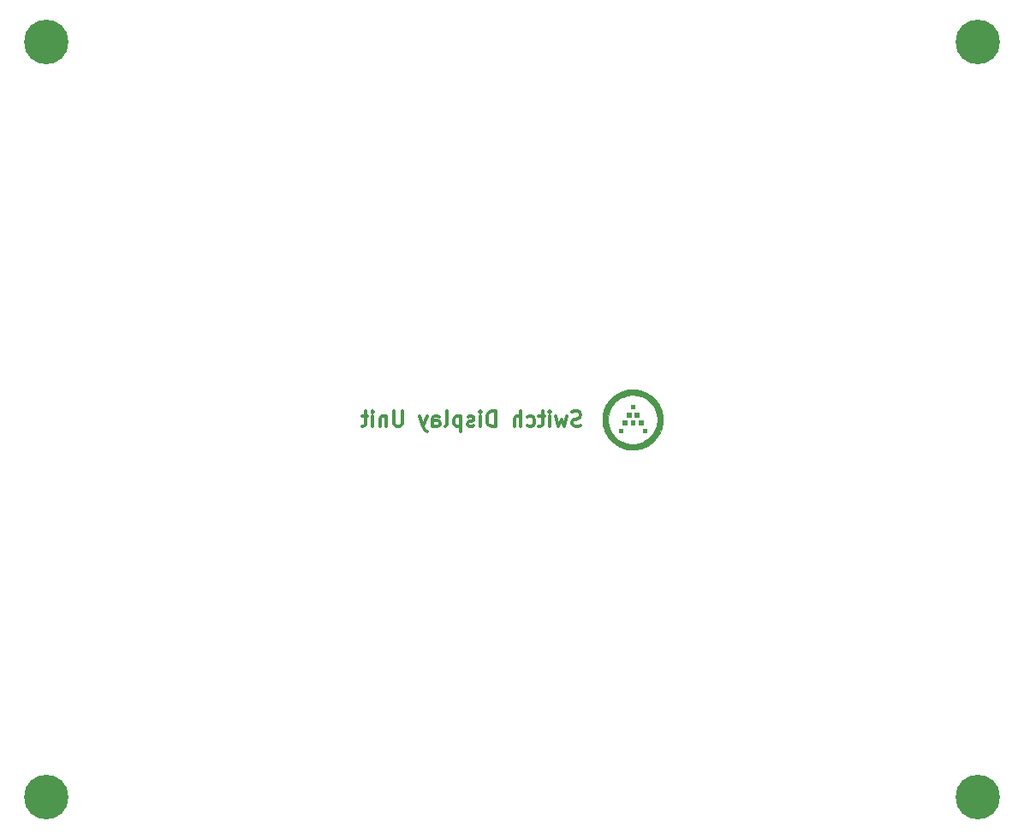
<source format=gbl>
G04 #@! TF.GenerationSoftware,KiCad,Pcbnew,(5.0.2)-1*
G04 #@! TF.CreationDate,2019-04-26T21:23:54-07:00*
G04 #@! TF.ProjectId,Summit Bottom,53756d6d-6974-4204-926f-74746f6d2e6b,rev?*
G04 #@! TF.SameCoordinates,Original*
G04 #@! TF.FileFunction,Copper,L2,Bot*
G04 #@! TF.FilePolarity,Positive*
%FSLAX46Y46*%
G04 Gerber Fmt 4.6, Leading zero omitted, Abs format (unit mm)*
G04 Created by KiCad (PCBNEW (5.0.2)-1) date 4/26/2019 9:23:54 PM*
%MOMM*%
%LPD*%
G01*
G04 APERTURE LIST*
G04 #@! TA.AperFunction,NonConductor*
%ADD10C,0.300000*%
G04 #@! TD*
G04 #@! TA.AperFunction,EtchedComponent*
%ADD11C,0.010000*%
G04 #@! TD*
G04 #@! TA.AperFunction,ComponentPad*
%ADD12C,4.400000*%
G04 #@! TD*
G04 #@! TA.AperFunction,ComponentPad*
%ADD13C,0.700000*%
G04 #@! TD*
G04 APERTURE END LIST*
D10*
X92506250Y-74425892D02*
X92291964Y-74497321D01*
X91934821Y-74497321D01*
X91791964Y-74425892D01*
X91720535Y-74354464D01*
X91649107Y-74211607D01*
X91649107Y-74068750D01*
X91720535Y-73925892D01*
X91791964Y-73854464D01*
X91934821Y-73783035D01*
X92220535Y-73711607D01*
X92363392Y-73640178D01*
X92434821Y-73568750D01*
X92506250Y-73425892D01*
X92506250Y-73283035D01*
X92434821Y-73140178D01*
X92363392Y-73068750D01*
X92220535Y-72997321D01*
X91863392Y-72997321D01*
X91649107Y-73068750D01*
X91149107Y-73497321D02*
X90863392Y-74497321D01*
X90577678Y-73783035D01*
X90291964Y-74497321D01*
X90006250Y-73497321D01*
X89434821Y-74497321D02*
X89434821Y-73497321D01*
X89434821Y-72997321D02*
X89506250Y-73068750D01*
X89434821Y-73140178D01*
X89363392Y-73068750D01*
X89434821Y-72997321D01*
X89434821Y-73140178D01*
X88934821Y-73497321D02*
X88363392Y-73497321D01*
X88720535Y-72997321D02*
X88720535Y-74283035D01*
X88649107Y-74425892D01*
X88506250Y-74497321D01*
X88363392Y-74497321D01*
X87220535Y-74425892D02*
X87363392Y-74497321D01*
X87649107Y-74497321D01*
X87791964Y-74425892D01*
X87863392Y-74354464D01*
X87934821Y-74211607D01*
X87934821Y-73783035D01*
X87863392Y-73640178D01*
X87791964Y-73568750D01*
X87649107Y-73497321D01*
X87363392Y-73497321D01*
X87220535Y-73568750D01*
X86577678Y-74497321D02*
X86577678Y-72997321D01*
X85934821Y-74497321D02*
X85934821Y-73711607D01*
X86006250Y-73568750D01*
X86149107Y-73497321D01*
X86363392Y-73497321D01*
X86506250Y-73568750D01*
X86577678Y-73640178D01*
X84077678Y-74497321D02*
X84077678Y-72997321D01*
X83720535Y-72997321D01*
X83506250Y-73068750D01*
X83363392Y-73211607D01*
X83291964Y-73354464D01*
X83220535Y-73640178D01*
X83220535Y-73854464D01*
X83291964Y-74140178D01*
X83363392Y-74283035D01*
X83506250Y-74425892D01*
X83720535Y-74497321D01*
X84077678Y-74497321D01*
X82577678Y-74497321D02*
X82577678Y-73497321D01*
X82577678Y-72997321D02*
X82649107Y-73068750D01*
X82577678Y-73140178D01*
X82506250Y-73068750D01*
X82577678Y-72997321D01*
X82577678Y-73140178D01*
X81934821Y-74425892D02*
X81791964Y-74497321D01*
X81506250Y-74497321D01*
X81363392Y-74425892D01*
X81291964Y-74283035D01*
X81291964Y-74211607D01*
X81363392Y-74068750D01*
X81506250Y-73997321D01*
X81720535Y-73997321D01*
X81863392Y-73925892D01*
X81934821Y-73783035D01*
X81934821Y-73711607D01*
X81863392Y-73568750D01*
X81720535Y-73497321D01*
X81506250Y-73497321D01*
X81363392Y-73568750D01*
X80649107Y-73497321D02*
X80649107Y-74997321D01*
X80649107Y-73568750D02*
X80506250Y-73497321D01*
X80220535Y-73497321D01*
X80077678Y-73568750D01*
X80006250Y-73640178D01*
X79934821Y-73783035D01*
X79934821Y-74211607D01*
X80006250Y-74354464D01*
X80077678Y-74425892D01*
X80220535Y-74497321D01*
X80506250Y-74497321D01*
X80649107Y-74425892D01*
X79077678Y-74497321D02*
X79220535Y-74425892D01*
X79291964Y-74283035D01*
X79291964Y-72997321D01*
X77863392Y-74497321D02*
X77863392Y-73711607D01*
X77934821Y-73568750D01*
X78077678Y-73497321D01*
X78363392Y-73497321D01*
X78506250Y-73568750D01*
X77863392Y-74425892D02*
X78006250Y-74497321D01*
X78363392Y-74497321D01*
X78506250Y-74425892D01*
X78577678Y-74283035D01*
X78577678Y-74140178D01*
X78506250Y-73997321D01*
X78363392Y-73925892D01*
X78006250Y-73925892D01*
X77863392Y-73854464D01*
X77291964Y-73497321D02*
X76934821Y-74497321D01*
X76577678Y-73497321D02*
X76934821Y-74497321D01*
X77077678Y-74854464D01*
X77149107Y-74925892D01*
X77291964Y-74997321D01*
X74863392Y-72997321D02*
X74863392Y-74211607D01*
X74791964Y-74354464D01*
X74720535Y-74425892D01*
X74577678Y-74497321D01*
X74291964Y-74497321D01*
X74149107Y-74425892D01*
X74077678Y-74354464D01*
X74006250Y-74211607D01*
X74006250Y-72997321D01*
X73291964Y-73497321D02*
X73291964Y-74497321D01*
X73291964Y-73640178D02*
X73220535Y-73568750D01*
X73077678Y-73497321D01*
X72863392Y-73497321D01*
X72720535Y-73568750D01*
X72649107Y-73711607D01*
X72649107Y-74497321D01*
X71934821Y-74497321D02*
X71934821Y-73497321D01*
X71934821Y-72997321D02*
X72006250Y-73068750D01*
X71934821Y-73140178D01*
X71863392Y-73068750D01*
X71934821Y-72997321D01*
X71934821Y-73140178D01*
X71434821Y-73497321D02*
X70863392Y-73497321D01*
X71220535Y-72997321D02*
X71220535Y-74283035D01*
X71149107Y-74425892D01*
X71006250Y-74497321D01*
X70863392Y-74497321D01*
D11*
G04 #@! TO.C,G\002A\002A\002A*
G36*
X97440750Y-72739250D02*
X97845562Y-72739250D01*
X97845562Y-72334438D01*
X97440750Y-72334438D01*
X97440750Y-72739250D01*
X97440750Y-72739250D01*
G37*
X97440750Y-72739250D02*
X97845562Y-72739250D01*
X97845562Y-72334438D01*
X97440750Y-72334438D01*
X97440750Y-72739250D01*
G36*
X97035937Y-73525063D02*
X97440750Y-73525063D01*
X97440750Y-73144063D01*
X97035937Y-73144063D01*
X97035937Y-73525063D01*
X97035937Y-73525063D01*
G37*
X97035937Y-73525063D02*
X97440750Y-73525063D01*
X97440750Y-73144063D01*
X97035937Y-73144063D01*
X97035937Y-73525063D01*
G36*
X97845562Y-73525063D02*
X98226562Y-73525063D01*
X98226562Y-73144063D01*
X97845562Y-73144063D01*
X97845562Y-73525063D01*
X97845562Y-73525063D01*
G37*
X97845562Y-73525063D02*
X98226562Y-73525063D01*
X98226562Y-73144063D01*
X97845562Y-73144063D01*
X97845562Y-73525063D01*
G36*
X96654937Y-74334688D02*
X97035937Y-74334688D01*
X97035937Y-73929875D01*
X96654937Y-73929875D01*
X96654937Y-74334688D01*
X96654937Y-74334688D01*
G37*
X96654937Y-74334688D02*
X97035937Y-74334688D01*
X97035937Y-73929875D01*
X96654937Y-73929875D01*
X96654937Y-74334688D01*
G36*
X97440750Y-74334688D02*
X97845562Y-74334688D01*
X97845562Y-73929875D01*
X97440750Y-73929875D01*
X97440750Y-74334688D01*
X97440750Y-74334688D01*
G37*
X97440750Y-74334688D02*
X97845562Y-74334688D01*
X97845562Y-73929875D01*
X97440750Y-73929875D01*
X97440750Y-74334688D01*
G36*
X98226562Y-74334688D02*
X98631375Y-74334688D01*
X98631375Y-73929875D01*
X98226562Y-73929875D01*
X98226562Y-74334688D01*
X98226562Y-74334688D01*
G37*
X98226562Y-74334688D02*
X98631375Y-74334688D01*
X98631375Y-73929875D01*
X98226562Y-73929875D01*
X98226562Y-74334688D01*
G36*
X96250125Y-75120500D02*
X96654937Y-75120500D01*
X96654937Y-74715688D01*
X96250125Y-74715688D01*
X96250125Y-75120500D01*
X96250125Y-75120500D01*
G37*
X96250125Y-75120500D02*
X96654937Y-75120500D01*
X96654937Y-74715688D01*
X96250125Y-74715688D01*
X96250125Y-75120500D01*
G36*
X98631375Y-75120500D02*
X99036187Y-75120500D01*
X99036187Y-74715688D01*
X98631375Y-74715688D01*
X98631375Y-75120500D01*
X98631375Y-75120500D01*
G37*
X98631375Y-75120500D02*
X99036187Y-75120500D01*
X99036187Y-74715688D01*
X98631375Y-74715688D01*
X98631375Y-75120500D01*
G36*
X97627281Y-70846795D02*
X97503163Y-70848165D01*
X97391451Y-70852322D01*
X97288858Y-70859669D01*
X97192094Y-70870610D01*
X97097872Y-70885548D01*
X97002903Y-70904887D01*
X96903899Y-70929031D01*
X96858620Y-70941168D01*
X96650073Y-71006406D01*
X96447985Y-71085742D01*
X96253122Y-71178778D01*
X96066251Y-71285118D01*
X95888136Y-71404366D01*
X95735990Y-71522367D01*
X95578322Y-71663092D01*
X95430985Y-71814537D01*
X95294664Y-71975635D01*
X95170042Y-72145317D01*
X95057803Y-72322516D01*
X94958630Y-72506166D01*
X94873208Y-72695197D01*
X94802220Y-72888543D01*
X94753466Y-73056553D01*
X94720395Y-73196539D01*
X94695035Y-73328475D01*
X94676643Y-73457747D01*
X94664475Y-73589743D01*
X94657789Y-73729850D01*
X94657136Y-73755250D01*
X94659855Y-73973547D01*
X94678050Y-74188330D01*
X94711715Y-74399571D01*
X94760844Y-74607239D01*
X94825431Y-74811305D01*
X94889628Y-74975237D01*
X94917711Y-75040502D01*
X94941773Y-75094660D01*
X94963642Y-75141363D01*
X94985143Y-75184263D01*
X95008104Y-75227013D01*
X95034350Y-75273265D01*
X95063475Y-75322906D01*
X95182694Y-75509177D01*
X95312798Y-75683903D01*
X95453921Y-75847215D01*
X95606195Y-75999246D01*
X95769753Y-76140130D01*
X95944726Y-76269998D01*
X96127094Y-76386525D01*
X96179923Y-76417494D01*
X96225836Y-76443471D01*
X96268485Y-76466281D01*
X96311522Y-76487751D01*
X96358599Y-76509707D01*
X96413369Y-76533975D01*
X96474763Y-76560372D01*
X96570996Y-76599919D01*
X96659714Y-76632958D01*
X96746828Y-76661445D01*
X96838252Y-76687339D01*
X96920844Y-76708072D01*
X97085360Y-76743626D01*
X97242455Y-76769303D01*
X97396683Y-76785643D01*
X97552601Y-76793186D01*
X97643156Y-76793763D01*
X97694375Y-76793248D01*
X97742496Y-76792543D01*
X97784376Y-76791710D01*
X97816872Y-76790813D01*
X97836840Y-76789915D01*
X97837625Y-76789859D01*
X98053799Y-76765907D01*
X98266556Y-76726920D01*
X98475037Y-76673217D01*
X98678382Y-76605113D01*
X98875734Y-76522926D01*
X99066232Y-76426975D01*
X99249018Y-76317576D01*
X99399974Y-76212546D01*
X99572901Y-76074199D01*
X99733585Y-75925838D01*
X99881799Y-75767789D01*
X100017321Y-75600382D01*
X100139926Y-75423944D01*
X100249389Y-75238802D01*
X100345487Y-75045285D01*
X100427994Y-74843721D01*
X100496687Y-74634438D01*
X100508832Y-74591380D01*
X100535198Y-74489585D01*
X100556583Y-74393261D01*
X100573391Y-74299117D01*
X100586025Y-74203867D01*
X100594890Y-74104220D01*
X100600388Y-73996890D01*
X100602924Y-73878586D01*
X100603205Y-73822719D01*
X100602530Y-73767358D01*
X100070456Y-73767358D01*
X100070353Y-73847496D01*
X100068687Y-73927160D01*
X100065491Y-74002287D01*
X100060794Y-74068810D01*
X100057074Y-74104500D01*
X100025200Y-74301798D01*
X99978549Y-74493413D01*
X99917299Y-74678972D01*
X99841631Y-74858099D01*
X99751723Y-75030419D01*
X99647756Y-75195559D01*
X99529909Y-75353143D01*
X99398362Y-75502797D01*
X99376026Y-75526010D01*
X99241792Y-75653084D01*
X99096090Y-75771020D01*
X98941619Y-75877840D01*
X98781081Y-75971566D01*
X98735292Y-75995254D01*
X98660884Y-76031903D01*
X98595643Y-76062122D01*
X98535146Y-76087690D01*
X98474972Y-76110384D01*
X98410699Y-76131983D01*
X98345625Y-76151977D01*
X98156412Y-76201390D01*
X97970661Y-76235841D01*
X97786923Y-76255464D01*
X97603747Y-76260392D01*
X97419686Y-76250761D01*
X97353144Y-76243781D01*
X97165812Y-76214837D01*
X96986231Y-76173028D01*
X96811893Y-76117604D01*
X96640291Y-76047814D01*
X96543334Y-76001616D01*
X96372702Y-75908197D01*
X96213286Y-75804462D01*
X96064328Y-75689724D01*
X95925071Y-75563300D01*
X95794756Y-75424504D01*
X95672626Y-75272653D01*
X95564358Y-75117009D01*
X95539232Y-75075818D01*
X95509909Y-75023690D01*
X95478209Y-74964246D01*
X95445951Y-74901106D01*
X95414957Y-74837890D01*
X95387044Y-74778217D01*
X95364035Y-74725707D01*
X95350597Y-74691875D01*
X95287730Y-74500334D01*
X95240334Y-74307595D01*
X95208450Y-74114200D01*
X95192120Y-73920690D01*
X95191382Y-73727607D01*
X95206278Y-73535492D01*
X95236848Y-73344886D01*
X95246651Y-73298844D01*
X95280300Y-73162551D01*
X95318608Y-73036368D01*
X95363546Y-72914757D01*
X95417087Y-72792182D01*
X95454746Y-72714708D01*
X95548451Y-72545860D01*
X95655276Y-72385423D01*
X95774452Y-72234118D01*
X95905213Y-72092664D01*
X96046790Y-71961781D01*
X96198416Y-71842190D01*
X96359323Y-71734610D01*
X96528743Y-71639761D01*
X96672925Y-71572230D01*
X96844553Y-71505835D01*
X97017107Y-71453837D01*
X97192594Y-71415828D01*
X97373024Y-71391401D01*
X97560405Y-71380147D01*
X97623312Y-71379257D01*
X97821407Y-71385627D01*
X98013035Y-71406272D01*
X98198969Y-71441423D01*
X98379985Y-71491317D01*
X98556856Y-71556185D01*
X98730356Y-71636263D01*
X98901259Y-71731785D01*
X99001956Y-71795994D01*
X99141389Y-71897522D01*
X99275587Y-72012028D01*
X99402909Y-72137589D01*
X99521715Y-72272281D01*
X99630364Y-72414181D01*
X99727215Y-72561365D01*
X99810628Y-72711911D01*
X99845424Y-72784830D01*
X99906827Y-72929689D01*
X99957058Y-73068928D01*
X99997315Y-73206876D01*
X100028794Y-73347864D01*
X100052694Y-73496221D01*
X100061095Y-73564750D01*
X100065858Y-73621920D01*
X100068968Y-73690811D01*
X100070456Y-73767358D01*
X100602530Y-73767358D01*
X100601460Y-73679723D01*
X100595586Y-73548856D01*
X100585012Y-73426775D01*
X100569165Y-73310135D01*
X100547473Y-73195594D01*
X100519363Y-73079809D01*
X100484264Y-72959437D01*
X100441603Y-72831134D01*
X100425909Y-72786875D01*
X100347524Y-72592156D01*
X100254684Y-72403822D01*
X100147578Y-72222135D01*
X100026398Y-72047358D01*
X99891333Y-71879753D01*
X99742576Y-71719583D01*
X99580317Y-71567110D01*
X99473479Y-71476929D01*
X99387650Y-71411436D01*
X99290111Y-71344110D01*
X99184502Y-71277162D01*
X99074464Y-71212805D01*
X98963637Y-71153250D01*
X98855661Y-71100708D01*
X98849656Y-71097965D01*
X98779696Y-71068092D01*
X98698515Y-71036706D01*
X98610483Y-71005286D01*
X98519971Y-70975312D01*
X98431349Y-70948261D01*
X98348986Y-70925614D01*
X98317100Y-70917721D01*
X98223875Y-70896953D01*
X98134901Y-70880293D01*
X98046897Y-70867402D01*
X97956581Y-70857945D01*
X97860672Y-70851582D01*
X97755890Y-70847978D01*
X97638955Y-70846794D01*
X97627281Y-70846795D01*
X97627281Y-70846795D01*
G37*
X97627281Y-70846795D02*
X97503163Y-70848165D01*
X97391451Y-70852322D01*
X97288858Y-70859669D01*
X97192094Y-70870610D01*
X97097872Y-70885548D01*
X97002903Y-70904887D01*
X96903899Y-70929031D01*
X96858620Y-70941168D01*
X96650073Y-71006406D01*
X96447985Y-71085742D01*
X96253122Y-71178778D01*
X96066251Y-71285118D01*
X95888136Y-71404366D01*
X95735990Y-71522367D01*
X95578322Y-71663092D01*
X95430985Y-71814537D01*
X95294664Y-71975635D01*
X95170042Y-72145317D01*
X95057803Y-72322516D01*
X94958630Y-72506166D01*
X94873208Y-72695197D01*
X94802220Y-72888543D01*
X94753466Y-73056553D01*
X94720395Y-73196539D01*
X94695035Y-73328475D01*
X94676643Y-73457747D01*
X94664475Y-73589743D01*
X94657789Y-73729850D01*
X94657136Y-73755250D01*
X94659855Y-73973547D01*
X94678050Y-74188330D01*
X94711715Y-74399571D01*
X94760844Y-74607239D01*
X94825431Y-74811305D01*
X94889628Y-74975237D01*
X94917711Y-75040502D01*
X94941773Y-75094660D01*
X94963642Y-75141363D01*
X94985143Y-75184263D01*
X95008104Y-75227013D01*
X95034350Y-75273265D01*
X95063475Y-75322906D01*
X95182694Y-75509177D01*
X95312798Y-75683903D01*
X95453921Y-75847215D01*
X95606195Y-75999246D01*
X95769753Y-76140130D01*
X95944726Y-76269998D01*
X96127094Y-76386525D01*
X96179923Y-76417494D01*
X96225836Y-76443471D01*
X96268485Y-76466281D01*
X96311522Y-76487751D01*
X96358599Y-76509707D01*
X96413369Y-76533975D01*
X96474763Y-76560372D01*
X96570996Y-76599919D01*
X96659714Y-76632958D01*
X96746828Y-76661445D01*
X96838252Y-76687339D01*
X96920844Y-76708072D01*
X97085360Y-76743626D01*
X97242455Y-76769303D01*
X97396683Y-76785643D01*
X97552601Y-76793186D01*
X97643156Y-76793763D01*
X97694375Y-76793248D01*
X97742496Y-76792543D01*
X97784376Y-76791710D01*
X97816872Y-76790813D01*
X97836840Y-76789915D01*
X97837625Y-76789859D01*
X98053799Y-76765907D01*
X98266556Y-76726920D01*
X98475037Y-76673217D01*
X98678382Y-76605113D01*
X98875734Y-76522926D01*
X99066232Y-76426975D01*
X99249018Y-76317576D01*
X99399974Y-76212546D01*
X99572901Y-76074199D01*
X99733585Y-75925838D01*
X99881799Y-75767789D01*
X100017321Y-75600382D01*
X100139926Y-75423944D01*
X100249389Y-75238802D01*
X100345487Y-75045285D01*
X100427994Y-74843721D01*
X100496687Y-74634438D01*
X100508832Y-74591380D01*
X100535198Y-74489585D01*
X100556583Y-74393261D01*
X100573391Y-74299117D01*
X100586025Y-74203867D01*
X100594890Y-74104220D01*
X100600388Y-73996890D01*
X100602924Y-73878586D01*
X100603205Y-73822719D01*
X100602530Y-73767358D01*
X100070456Y-73767358D01*
X100070353Y-73847496D01*
X100068687Y-73927160D01*
X100065491Y-74002287D01*
X100060794Y-74068810D01*
X100057074Y-74104500D01*
X100025200Y-74301798D01*
X99978549Y-74493413D01*
X99917299Y-74678972D01*
X99841631Y-74858099D01*
X99751723Y-75030419D01*
X99647756Y-75195559D01*
X99529909Y-75353143D01*
X99398362Y-75502797D01*
X99376026Y-75526010D01*
X99241792Y-75653084D01*
X99096090Y-75771020D01*
X98941619Y-75877840D01*
X98781081Y-75971566D01*
X98735292Y-75995254D01*
X98660884Y-76031903D01*
X98595643Y-76062122D01*
X98535146Y-76087690D01*
X98474972Y-76110384D01*
X98410699Y-76131983D01*
X98345625Y-76151977D01*
X98156412Y-76201390D01*
X97970661Y-76235841D01*
X97786923Y-76255464D01*
X97603747Y-76260392D01*
X97419686Y-76250761D01*
X97353144Y-76243781D01*
X97165812Y-76214837D01*
X96986231Y-76173028D01*
X96811893Y-76117604D01*
X96640291Y-76047814D01*
X96543334Y-76001616D01*
X96372702Y-75908197D01*
X96213286Y-75804462D01*
X96064328Y-75689724D01*
X95925071Y-75563300D01*
X95794756Y-75424504D01*
X95672626Y-75272653D01*
X95564358Y-75117009D01*
X95539232Y-75075818D01*
X95509909Y-75023690D01*
X95478209Y-74964246D01*
X95445951Y-74901106D01*
X95414957Y-74837890D01*
X95387044Y-74778217D01*
X95364035Y-74725707D01*
X95350597Y-74691875D01*
X95287730Y-74500334D01*
X95240334Y-74307595D01*
X95208450Y-74114200D01*
X95192120Y-73920690D01*
X95191382Y-73727607D01*
X95206278Y-73535492D01*
X95236848Y-73344886D01*
X95246651Y-73298844D01*
X95280300Y-73162551D01*
X95318608Y-73036368D01*
X95363546Y-72914757D01*
X95417087Y-72792182D01*
X95454746Y-72714708D01*
X95548451Y-72545860D01*
X95655276Y-72385423D01*
X95774452Y-72234118D01*
X95905213Y-72092664D01*
X96046790Y-71961781D01*
X96198416Y-71842190D01*
X96359323Y-71734610D01*
X96528743Y-71639761D01*
X96672925Y-71572230D01*
X96844553Y-71505835D01*
X97017107Y-71453837D01*
X97192594Y-71415828D01*
X97373024Y-71391401D01*
X97560405Y-71380147D01*
X97623312Y-71379257D01*
X97821407Y-71385627D01*
X98013035Y-71406272D01*
X98198969Y-71441423D01*
X98379985Y-71491317D01*
X98556856Y-71556185D01*
X98730356Y-71636263D01*
X98901259Y-71731785D01*
X99001956Y-71795994D01*
X99141389Y-71897522D01*
X99275587Y-72012028D01*
X99402909Y-72137589D01*
X99521715Y-72272281D01*
X99630364Y-72414181D01*
X99727215Y-72561365D01*
X99810628Y-72711911D01*
X99845424Y-72784830D01*
X99906827Y-72929689D01*
X99957058Y-73068928D01*
X99997315Y-73206876D01*
X100028794Y-73347864D01*
X100052694Y-73496221D01*
X100061095Y-73564750D01*
X100065858Y-73621920D01*
X100068968Y-73690811D01*
X100070456Y-73767358D01*
X100602530Y-73767358D01*
X100601460Y-73679723D01*
X100595586Y-73548856D01*
X100585012Y-73426775D01*
X100569165Y-73310135D01*
X100547473Y-73195594D01*
X100519363Y-73079809D01*
X100484264Y-72959437D01*
X100441603Y-72831134D01*
X100425909Y-72786875D01*
X100347524Y-72592156D01*
X100254684Y-72403822D01*
X100147578Y-72222135D01*
X100026398Y-72047358D01*
X99891333Y-71879753D01*
X99742576Y-71719583D01*
X99580317Y-71567110D01*
X99473479Y-71476929D01*
X99387650Y-71411436D01*
X99290111Y-71344110D01*
X99184502Y-71277162D01*
X99074464Y-71212805D01*
X98963637Y-71153250D01*
X98855661Y-71100708D01*
X98849656Y-71097965D01*
X98779696Y-71068092D01*
X98698515Y-71036706D01*
X98610483Y-71005286D01*
X98519971Y-70975312D01*
X98431349Y-70948261D01*
X98348986Y-70925614D01*
X98317100Y-70917721D01*
X98223875Y-70896953D01*
X98134901Y-70880293D01*
X98046897Y-70867402D01*
X97956581Y-70857945D01*
X97860672Y-70851582D01*
X97755890Y-70847978D01*
X97638955Y-70846794D01*
X97627281Y-70846795D01*
G04 #@! TD*
D12*
G04 #@! TO.P,REF\002A\002A,1*
G04 #@! TO.N,N/C*
X39687500Y-36512500D03*
D13*
X41337500Y-36512500D03*
X40854226Y-37679226D03*
X39687500Y-38162500D03*
X38520774Y-37679226D03*
X38037500Y-36512500D03*
X38520774Y-35345774D03*
X39687500Y-34862500D03*
X40854226Y-35345774D03*
G04 #@! TD*
D12*
G04 #@! TO.P,REF\002A\002A,1*
G04 #@! TO.N,N/C*
X131762500Y-36512500D03*
D13*
X133412500Y-36512500D03*
X132929226Y-37679226D03*
X131762500Y-38162500D03*
X130595774Y-37679226D03*
X130112500Y-36512500D03*
X130595774Y-35345774D03*
X131762500Y-34862500D03*
X132929226Y-35345774D03*
G04 #@! TD*
D12*
G04 #@! TO.P,REF\002A\002A,1*
G04 #@! TO.N,N/C*
X131762500Y-111125000D03*
D13*
X133412500Y-111125000D03*
X132929226Y-112291726D03*
X131762500Y-112775000D03*
X130595774Y-112291726D03*
X130112500Y-111125000D03*
X130595774Y-109958274D03*
X131762500Y-109475000D03*
X132929226Y-109958274D03*
G04 #@! TD*
D12*
G04 #@! TO.P,REF\002A\002A,1*
G04 #@! TO.N,N/C*
X39687500Y-111125000D03*
D13*
X41337500Y-111125000D03*
X40854226Y-112291726D03*
X39687500Y-112775000D03*
X38520774Y-112291726D03*
X38037500Y-111125000D03*
X38520774Y-109958274D03*
X39687500Y-109475000D03*
X40854226Y-109958274D03*
G04 #@! TD*
M02*

</source>
